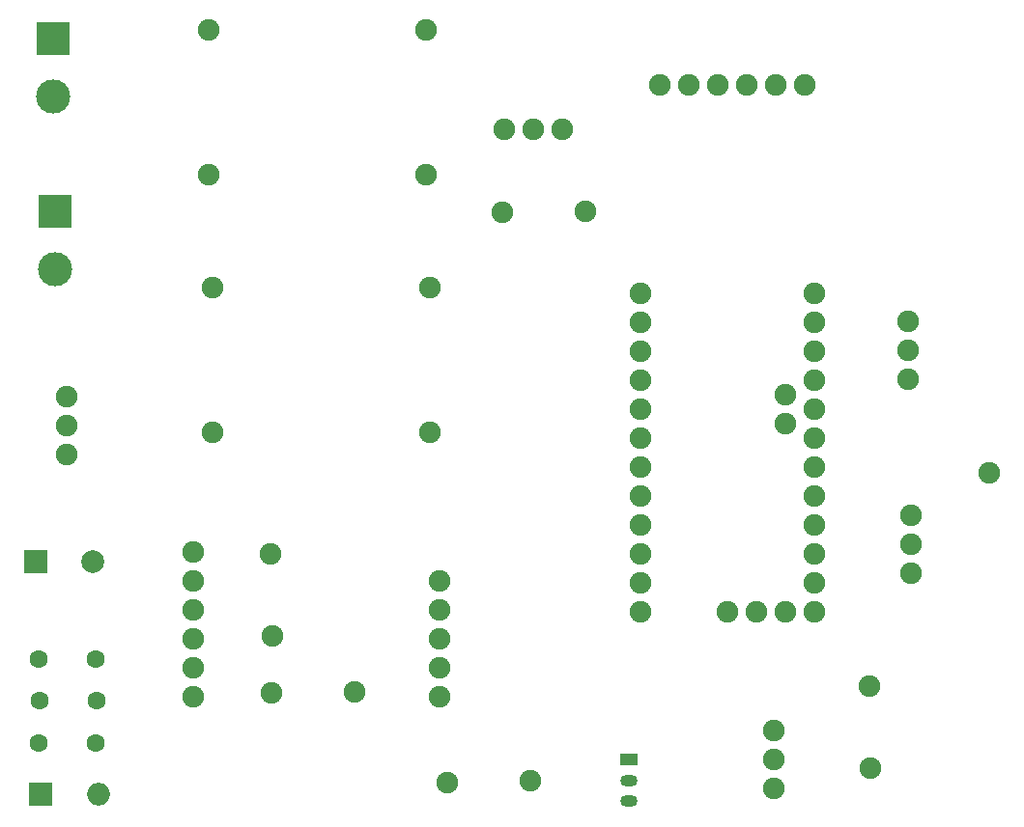
<source format=gbr>
G04 #@! TF.GenerationSoftware,KiCad,Pcbnew,(5.1.4)-1*
G04 #@! TF.CreationDate,2020-04-02T17:49:22-05:00*
G04 #@! TF.ProjectId,DoubLayerSim,446f7562-4c61-4796-9572-53696d2e6b69,rev?*
G04 #@! TF.SameCoordinates,Original*
G04 #@! TF.FileFunction,Soldermask,Top*
G04 #@! TF.FilePolarity,Negative*
%FSLAX46Y46*%
G04 Gerber Fmt 4.6, Leading zero omitted, Abs format (unit mm)*
G04 Created by KiCad (PCBNEW (5.1.4)-1) date 2020-04-02 17:49:22*
%MOMM*%
%LPD*%
G04 APERTURE LIST*
%ADD10O,1.500000X1.050000*%
%ADD11R,1.500000X1.050000*%
%ADD12O,1.900000X1.900000*%
%ADD13C,1.900000*%
%ADD14R,3.000000X3.000000*%
%ADD15C,3.000000*%
%ADD16R,2.000000X2.000000*%
%ADD17C,2.000000*%
%ADD18C,1.600000*%
%ADD19O,2.000000X2.000000*%
G04 APERTURE END LIST*
D10*
X171932600Y-115443000D03*
X171932600Y-117221000D03*
D11*
X171932600Y-113538000D03*
D12*
X168097200Y-65430400D03*
D13*
X160858200Y-65557400D03*
D12*
X140665200Y-102743000D03*
D13*
X140538200Y-95504000D03*
D12*
X147853400Y-107619800D03*
D13*
X140614400Y-107746800D03*
D12*
X193116200Y-114325400D03*
D13*
X192989200Y-107086400D03*
X180594000Y-100634800D03*
X183134000Y-100634800D03*
X185674000Y-100634800D03*
X185674000Y-84124800D03*
X185674000Y-81584800D03*
X188214000Y-100634800D03*
X188214000Y-98094800D03*
X188214000Y-95554800D03*
X188214000Y-93014800D03*
X188214000Y-90474800D03*
X188214000Y-87934800D03*
X188214000Y-85394800D03*
X188214000Y-82854800D03*
X188214000Y-80314800D03*
X188214000Y-77774800D03*
X188214000Y-75234800D03*
X188214000Y-72694800D03*
X172974000Y-100634800D03*
X172974000Y-98094800D03*
X172974000Y-95554800D03*
X172974000Y-93014800D03*
X172974000Y-90474800D03*
X172974000Y-87934800D03*
X172974000Y-85394800D03*
X172974000Y-82854800D03*
X172974000Y-80314800D03*
X172974000Y-77774800D03*
X172974000Y-75234800D03*
X172974000Y-72694800D03*
X196621400Y-92100400D03*
X196621400Y-94640400D03*
X196621400Y-97180400D03*
X196367400Y-80162400D03*
X196367400Y-75082400D03*
X196367400Y-77622400D03*
X187325000Y-54381400D03*
X184785000Y-54381400D03*
X182245000Y-54381400D03*
X179705000Y-54381400D03*
X177165000Y-54381400D03*
X174625000Y-54381400D03*
X163576000Y-58293000D03*
X166116000Y-58293000D03*
X161036000Y-58293000D03*
X184658000Y-111048800D03*
X184658000Y-116128800D03*
X184658000Y-113588800D03*
D14*
X121437400Y-50266600D03*
D15*
X121437400Y-55346600D03*
X121666000Y-70510400D03*
D14*
X121666000Y-65430400D03*
D13*
X135077200Y-49580800D03*
X135077200Y-62280800D03*
X154127200Y-49580800D03*
X154127200Y-62280800D03*
X133705600Y-95351600D03*
X133705600Y-97891600D03*
X133705600Y-100431600D03*
X133705600Y-102971600D03*
X133705600Y-105511600D03*
X133705600Y-108051600D03*
X155295600Y-97891600D03*
X155295600Y-100431600D03*
X155295600Y-102971600D03*
X155295600Y-105511600D03*
X155295600Y-108051600D03*
X122605800Y-86817200D03*
X122605800Y-84277200D03*
X122605800Y-81737200D03*
X135407400Y-72186800D03*
X135407400Y-84886800D03*
X154457400Y-72186800D03*
X154457400Y-84886800D03*
D16*
X119938800Y-96189800D03*
D17*
X124938800Y-96189800D03*
D18*
X120218200Y-104749600D03*
X125218200Y-104749600D03*
X125243600Y-108407200D03*
X120243600Y-108407200D03*
X120218200Y-112141000D03*
X125218200Y-112141000D03*
D16*
X120319800Y-116586000D03*
D19*
X125399800Y-116586000D03*
D13*
X163271200Y-115443000D03*
D12*
X156032200Y-115570000D03*
D13*
X203479400Y-88366600D03*
M02*

</source>
